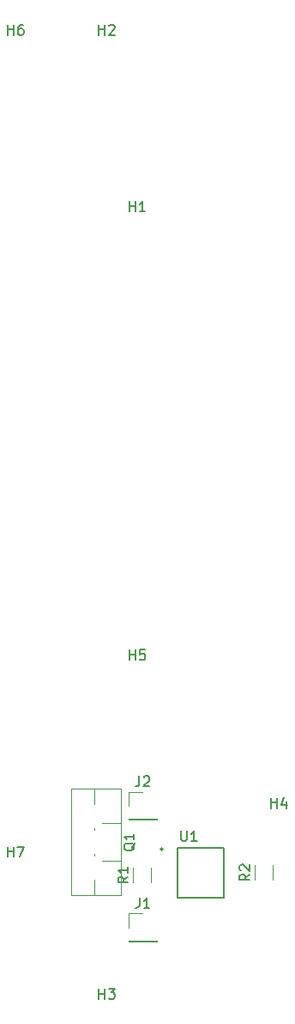
<source format=gbr>
%TF.GenerationSoftware,KiCad,Pcbnew,9.0.2*%
%TF.CreationDate,2026-01-15T18:41:09+07:00*%
%TF.ProjectId,PrechResv2,50726563-6852-4657-9376-322e6b696361,rev?*%
%TF.SameCoordinates,Original*%
%TF.FileFunction,Legend,Top*%
%TF.FilePolarity,Positive*%
%FSLAX46Y46*%
G04 Gerber Fmt 4.6, Leading zero omitted, Abs format (unit mm)*
G04 Created by KiCad (PCBNEW 9.0.2) date 2026-01-15 18:41:09*
%MOMM*%
%LPD*%
G01*
G04 APERTURE LIST*
%ADD10C,0.150000*%
%ADD11C,0.120000*%
%ADD12C,0.127000*%
G04 APERTURE END LIST*
D10*
X77238095Y-44098780D02*
X77238095Y-43098780D01*
X77238095Y-43574970D02*
X77809523Y-43574970D01*
X77809523Y-44098780D02*
X77809523Y-43098780D01*
X78809523Y-44098780D02*
X78238095Y-44098780D01*
X78523809Y-44098780D02*
X78523809Y-43098780D01*
X78523809Y-43098780D02*
X78428571Y-43241637D01*
X78428571Y-43241637D02*
X78333333Y-43336875D01*
X78333333Y-43336875D02*
X78238095Y-43384494D01*
X77800057Y-106345238D02*
X77752438Y-106440476D01*
X77752438Y-106440476D02*
X77657200Y-106535714D01*
X77657200Y-106535714D02*
X77514342Y-106678571D01*
X77514342Y-106678571D02*
X77466723Y-106773809D01*
X77466723Y-106773809D02*
X77466723Y-106869047D01*
X77704819Y-106821428D02*
X77657200Y-106916666D01*
X77657200Y-106916666D02*
X77561961Y-107011904D01*
X77561961Y-107011904D02*
X77371485Y-107059523D01*
X77371485Y-107059523D02*
X77038152Y-107059523D01*
X77038152Y-107059523D02*
X76847676Y-107011904D01*
X76847676Y-107011904D02*
X76752438Y-106916666D01*
X76752438Y-106916666D02*
X76704819Y-106821428D01*
X76704819Y-106821428D02*
X76704819Y-106630952D01*
X76704819Y-106630952D02*
X76752438Y-106535714D01*
X76752438Y-106535714D02*
X76847676Y-106440476D01*
X76847676Y-106440476D02*
X77038152Y-106392857D01*
X77038152Y-106392857D02*
X77371485Y-106392857D01*
X77371485Y-106392857D02*
X77561961Y-106440476D01*
X77561961Y-106440476D02*
X77657200Y-106535714D01*
X77657200Y-106535714D02*
X77704819Y-106630952D01*
X77704819Y-106630952D02*
X77704819Y-106821428D01*
X77704819Y-105440476D02*
X77704819Y-106011904D01*
X77704819Y-105726190D02*
X76704819Y-105726190D01*
X76704819Y-105726190D02*
X76847676Y-105821428D01*
X76847676Y-105821428D02*
X76942914Y-105916666D01*
X76942914Y-105916666D02*
X76990533Y-106011904D01*
X78222573Y-99754030D02*
X78222573Y-100468315D01*
X78222573Y-100468315D02*
X78174954Y-100611172D01*
X78174954Y-100611172D02*
X78079716Y-100706411D01*
X78079716Y-100706411D02*
X77936859Y-100754030D01*
X77936859Y-100754030D02*
X77841621Y-100754030D01*
X78651145Y-99849268D02*
X78698764Y-99801649D01*
X78698764Y-99801649D02*
X78794002Y-99754030D01*
X78794002Y-99754030D02*
X79032097Y-99754030D01*
X79032097Y-99754030D02*
X79127335Y-99801649D01*
X79127335Y-99801649D02*
X79174954Y-99849268D01*
X79174954Y-99849268D02*
X79222573Y-99944506D01*
X79222573Y-99944506D02*
X79222573Y-100039744D01*
X79222573Y-100039744D02*
X79174954Y-100182601D01*
X79174954Y-100182601D02*
X78603526Y-100754030D01*
X78603526Y-100754030D02*
X79222573Y-100754030D01*
X65238095Y-107704819D02*
X65238095Y-106704819D01*
X65238095Y-107181009D02*
X65809523Y-107181009D01*
X65809523Y-107704819D02*
X65809523Y-106704819D01*
X66190476Y-106704819D02*
X66857142Y-106704819D01*
X66857142Y-106704819D02*
X66428571Y-107704819D01*
X78230817Y-111754230D02*
X78230817Y-112468515D01*
X78230817Y-112468515D02*
X78183198Y-112611372D01*
X78183198Y-112611372D02*
X78087960Y-112706611D01*
X78087960Y-112706611D02*
X77945103Y-112754230D01*
X77945103Y-112754230D02*
X77849865Y-112754230D01*
X79230817Y-112754230D02*
X78659389Y-112754230D01*
X78945103Y-112754230D02*
X78945103Y-111754230D01*
X78945103Y-111754230D02*
X78849865Y-111897087D01*
X78849865Y-111897087D02*
X78754627Y-111992325D01*
X78754627Y-111992325D02*
X78659389Y-112039944D01*
X91238095Y-102904819D02*
X91238095Y-101904819D01*
X91238095Y-102381009D02*
X91809523Y-102381009D01*
X91809523Y-102904819D02*
X91809523Y-101904819D01*
X92714285Y-102238152D02*
X92714285Y-102904819D01*
X92476190Y-101857200D02*
X92238095Y-102571485D01*
X92238095Y-102571485D02*
X92857142Y-102571485D01*
X65238095Y-26704819D02*
X65238095Y-25704819D01*
X65238095Y-26181009D02*
X65809523Y-26181009D01*
X65809523Y-26704819D02*
X65809523Y-25704819D01*
X66714285Y-25704819D02*
X66523809Y-25704819D01*
X66523809Y-25704819D02*
X66428571Y-25752438D01*
X66428571Y-25752438D02*
X66380952Y-25800057D01*
X66380952Y-25800057D02*
X66285714Y-25942914D01*
X66285714Y-25942914D02*
X66238095Y-26133390D01*
X66238095Y-26133390D02*
X66238095Y-26514342D01*
X66238095Y-26514342D02*
X66285714Y-26609580D01*
X66285714Y-26609580D02*
X66333333Y-26657200D01*
X66333333Y-26657200D02*
X66428571Y-26704819D01*
X66428571Y-26704819D02*
X66619047Y-26704819D01*
X66619047Y-26704819D02*
X66714285Y-26657200D01*
X66714285Y-26657200D02*
X66761904Y-26609580D01*
X66761904Y-26609580D02*
X66809523Y-26514342D01*
X66809523Y-26514342D02*
X66809523Y-26276247D01*
X66809523Y-26276247D02*
X66761904Y-26181009D01*
X66761904Y-26181009D02*
X66714285Y-26133390D01*
X66714285Y-26133390D02*
X66619047Y-26085771D01*
X66619047Y-26085771D02*
X66428571Y-26085771D01*
X66428571Y-26085771D02*
X66333333Y-26133390D01*
X66333333Y-26133390D02*
X66285714Y-26181009D01*
X66285714Y-26181009D02*
X66238095Y-26276247D01*
X89124819Y-109416666D02*
X88648628Y-109749999D01*
X89124819Y-109988094D02*
X88124819Y-109988094D01*
X88124819Y-109988094D02*
X88124819Y-109607142D01*
X88124819Y-109607142D02*
X88172438Y-109511904D01*
X88172438Y-109511904D02*
X88220057Y-109464285D01*
X88220057Y-109464285D02*
X88315295Y-109416666D01*
X88315295Y-109416666D02*
X88458152Y-109416666D01*
X88458152Y-109416666D02*
X88553390Y-109464285D01*
X88553390Y-109464285D02*
X88601009Y-109511904D01*
X88601009Y-109511904D02*
X88648628Y-109607142D01*
X88648628Y-109607142D02*
X88648628Y-109988094D01*
X88220057Y-109035713D02*
X88172438Y-108988094D01*
X88172438Y-108988094D02*
X88124819Y-108892856D01*
X88124819Y-108892856D02*
X88124819Y-108654761D01*
X88124819Y-108654761D02*
X88172438Y-108559523D01*
X88172438Y-108559523D02*
X88220057Y-108511904D01*
X88220057Y-108511904D02*
X88315295Y-108464285D01*
X88315295Y-108464285D02*
X88410533Y-108464285D01*
X88410533Y-108464285D02*
X88553390Y-108511904D01*
X88553390Y-108511904D02*
X89124819Y-109083332D01*
X89124819Y-109083332D02*
X89124819Y-108464285D01*
X77124819Y-109666666D02*
X76648628Y-109999999D01*
X77124819Y-110238094D02*
X76124819Y-110238094D01*
X76124819Y-110238094D02*
X76124819Y-109857142D01*
X76124819Y-109857142D02*
X76172438Y-109761904D01*
X76172438Y-109761904D02*
X76220057Y-109714285D01*
X76220057Y-109714285D02*
X76315295Y-109666666D01*
X76315295Y-109666666D02*
X76458152Y-109666666D01*
X76458152Y-109666666D02*
X76553390Y-109714285D01*
X76553390Y-109714285D02*
X76601009Y-109761904D01*
X76601009Y-109761904D02*
X76648628Y-109857142D01*
X76648628Y-109857142D02*
X76648628Y-110238094D01*
X77124819Y-108714285D02*
X77124819Y-109285713D01*
X77124819Y-108999999D02*
X76124819Y-108999999D01*
X76124819Y-108999999D02*
X76267676Y-109095237D01*
X76267676Y-109095237D02*
X76362914Y-109190475D01*
X76362914Y-109190475D02*
X76410533Y-109285713D01*
X82343507Y-105145381D02*
X82343507Y-105955587D01*
X82343507Y-105955587D02*
X82391167Y-106050905D01*
X82391167Y-106050905D02*
X82438826Y-106098565D01*
X82438826Y-106098565D02*
X82534144Y-106146224D01*
X82534144Y-106146224D02*
X82724781Y-106146224D01*
X82724781Y-106146224D02*
X82820099Y-106098565D01*
X82820099Y-106098565D02*
X82867759Y-106050905D01*
X82867759Y-106050905D02*
X82915418Y-105955587D01*
X82915418Y-105955587D02*
X82915418Y-105145381D01*
X83916261Y-106146224D02*
X83344350Y-106146224D01*
X83630305Y-106146224D02*
X83630305Y-105145381D01*
X83630305Y-105145381D02*
X83534987Y-105288358D01*
X83534987Y-105288358D02*
X83439669Y-105383677D01*
X83439669Y-105383677D02*
X83344350Y-105431336D01*
X74238095Y-121704819D02*
X74238095Y-120704819D01*
X74238095Y-121181009D02*
X74809523Y-121181009D01*
X74809523Y-121704819D02*
X74809523Y-120704819D01*
X75190476Y-120704819D02*
X75809523Y-120704819D01*
X75809523Y-120704819D02*
X75476190Y-121085771D01*
X75476190Y-121085771D02*
X75619047Y-121085771D01*
X75619047Y-121085771D02*
X75714285Y-121133390D01*
X75714285Y-121133390D02*
X75761904Y-121181009D01*
X75761904Y-121181009D02*
X75809523Y-121276247D01*
X75809523Y-121276247D02*
X75809523Y-121514342D01*
X75809523Y-121514342D02*
X75761904Y-121609580D01*
X75761904Y-121609580D02*
X75714285Y-121657200D01*
X75714285Y-121657200D02*
X75619047Y-121704819D01*
X75619047Y-121704819D02*
X75333333Y-121704819D01*
X75333333Y-121704819D02*
X75238095Y-121657200D01*
X75238095Y-121657200D02*
X75190476Y-121609580D01*
X74238095Y-26704819D02*
X74238095Y-25704819D01*
X74238095Y-26181009D02*
X74809523Y-26181009D01*
X74809523Y-26704819D02*
X74809523Y-25704819D01*
X75238095Y-25800057D02*
X75285714Y-25752438D01*
X75285714Y-25752438D02*
X75380952Y-25704819D01*
X75380952Y-25704819D02*
X75619047Y-25704819D01*
X75619047Y-25704819D02*
X75714285Y-25752438D01*
X75714285Y-25752438D02*
X75761904Y-25800057D01*
X75761904Y-25800057D02*
X75809523Y-25895295D01*
X75809523Y-25895295D02*
X75809523Y-25990533D01*
X75809523Y-25990533D02*
X75761904Y-26133390D01*
X75761904Y-26133390D02*
X75190476Y-26704819D01*
X75190476Y-26704819D02*
X75809523Y-26704819D01*
X77238095Y-88304819D02*
X77238095Y-87304819D01*
X77238095Y-87781009D02*
X77809523Y-87781009D01*
X77809523Y-88304819D02*
X77809523Y-87304819D01*
X78761904Y-87304819D02*
X78285714Y-87304819D01*
X78285714Y-87304819D02*
X78238095Y-87781009D01*
X78238095Y-87781009D02*
X78285714Y-87733390D01*
X78285714Y-87733390D02*
X78380952Y-87685771D01*
X78380952Y-87685771D02*
X78619047Y-87685771D01*
X78619047Y-87685771D02*
X78714285Y-87733390D01*
X78714285Y-87733390D02*
X78761904Y-87781009D01*
X78761904Y-87781009D02*
X78809523Y-87876247D01*
X78809523Y-87876247D02*
X78809523Y-88114342D01*
X78809523Y-88114342D02*
X78761904Y-88209580D01*
X78761904Y-88209580D02*
X78714285Y-88257200D01*
X78714285Y-88257200D02*
X78619047Y-88304819D01*
X78619047Y-88304819D02*
X78380952Y-88304819D01*
X78380952Y-88304819D02*
X78285714Y-88257200D01*
X78285714Y-88257200D02*
X78238095Y-88209580D01*
D11*
%TO.C,Q1*%
X76407000Y-101010000D02*
X71487000Y-101010000D01*
X76407000Y-101010000D02*
X76407000Y-111490000D01*
X73777000Y-101010000D02*
X73777000Y-102498000D01*
X71487000Y-101010000D02*
X71487000Y-111490000D01*
X76407000Y-104400000D02*
X74510000Y-104400000D01*
X73777000Y-104922000D02*
X73778000Y-105037000D01*
X73778000Y-107462000D02*
X73778000Y-107577000D01*
X76407000Y-108100000D02*
X74510000Y-108100000D01*
X73778000Y-110002000D02*
X73777000Y-111490000D01*
X76407000Y-111490000D02*
X71487000Y-111490000D01*
%TO.C,J2*%
X77175907Y-101299211D02*
X78555907Y-101299211D01*
X77175907Y-102679211D02*
X77175907Y-101299211D01*
X77175907Y-103949211D02*
X77175907Y-104059211D01*
X77175907Y-103949211D02*
X79935907Y-103949211D01*
X77175907Y-104059211D02*
X79935907Y-104059211D01*
X79935907Y-103949211D02*
X79935907Y-104059211D01*
%TO.C,J1*%
X77184151Y-113299411D02*
X78564151Y-113299411D01*
X77184151Y-114679411D02*
X77184151Y-113299411D01*
X77184151Y-115949411D02*
X77184151Y-116059411D01*
X77184151Y-115949411D02*
X79944151Y-115949411D01*
X77184151Y-116059411D02*
X79944151Y-116059411D01*
X79944151Y-115949411D02*
X79944151Y-116059411D01*
%TO.C,R2*%
X89590000Y-109977064D02*
X89590000Y-108522936D01*
X91410000Y-109977064D02*
X91410000Y-108522936D01*
%TO.C,R1*%
X77590000Y-110227064D02*
X77590000Y-108772936D01*
X79410000Y-110227064D02*
X79410000Y-108772936D01*
D12*
%TO.C,U1*%
X81965000Y-106790000D02*
X86535000Y-106790000D01*
X81965000Y-111710000D02*
X81965000Y-106790000D01*
X86535000Y-106790000D02*
X86535000Y-111710000D01*
X86535000Y-111710000D02*
X81965000Y-111710000D01*
X80551000Y-106980000D02*
G75*
G02*
X80297000Y-106980000I-127000J0D01*
G01*
X80297000Y-106980000D02*
G75*
G02*
X80551000Y-106980000I127000J0D01*
G01*
%TD*%
M02*

</source>
